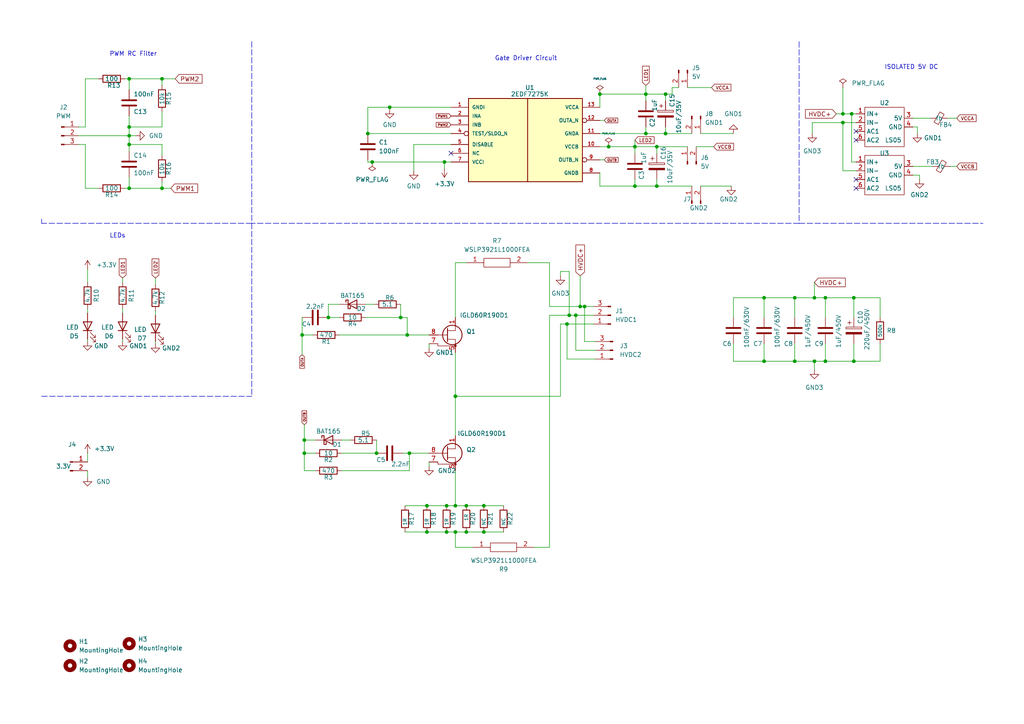
<source format=kicad_sch>
(kicad_sch (version 20211123) (generator eeschema)
  (paper "A4")
  (lib_symbols
    (symbol "2EDF7275K:2EDF7275K" (pin_names (offset 1.016))
      (property "Reference" "U1" (at 17.78 1.27 0))
      (property "Value" "2EDF7275K" (at 17.78 -0.635 0))
      (symbol "2EDF7275K_0_0"
        (rectangle (start 0 -1.905) (end 33.02 -26.035) (stroke (width 0.254)) (fill (type background)))
        (polyline (pts (xy 17.145 -1.905) (xy 17.145 -26.035)) (stroke (width 0.254)))
        (pin power_in line (at -5.08 -4.445 0) (length 5.08) (name "GNDI") (number "1"))
        (pin power_in line (at 38.1 -15.875 180) (length 5.08) (name "VCCB") (number "10"))
        (pin power_in line (at 38.1 -12.065 180) (length 5.08) (name "GNDA") (number "11"))
        (pin output inverted (at 38.1 -8.255 180) (length 5.08) (name "OUTA_N") (number "12"))
        (pin power_in line (at 38.1 -4.445 180) (length 5.08) (name "VCCA") (number "13"))
        (pin input line (at -5.08 -6.985 0) (length 5.08) (name "INA") (number "2"))
        (pin input line (at -5.08 -9.525 0) (length 5.08) (name "INB") (number "3"))
        (pin input inverted (at -5.08 -12.065 0) (length 5.08) (name "TEST/SLDO_N") (number "4"))
        (pin input line (at -5.08 -15.24 0) (length 5.08) (name "DISABLE") (number "5"))
        (pin passive line (at -5.08 -17.78 0) (length 5.08) (name "NC") (number "6"))
        (pin power_in line (at -5.08 -20.32 0) (length 5.08) (name "VCCI") (number "7"))
        (pin power_in line (at 38.1 -23.495 180) (length 5.08) (name "GNDB") (number "8"))
        (pin output inverted (at 38.1 -19.685 180) (length 5.08) (name "OUTB_N") (number "9"))
      )
    )
    (symbol "Connector:Conn_01x02_Male" (pin_names (offset 1.016) hide)
      (property "Reference" "J" (at 0 2.54 0))
      (property "Value" "Conn_01x02_Male" (at 0 -5.08 0))
      (symbol "Conn_01x02_Male_1_1"
        (polyline (pts (xy 1.27 -2.54) (xy 0.8636 -2.54)) (stroke (width 0.1524)))
        (polyline (pts (xy 1.27 0) (xy 0.8636 0)) (stroke (width 0.1524)))
        (rectangle (start 0.8636 -2.413) (end 0 -2.667) (stroke (width 0.1524)) (fill (type outline)))
        (rectangle (start 0.8636 0.127) (end 0 -0.127) (stroke (width 0.1524)) (fill (type outline)))
        (pin passive line (at 5.08 0 180) (length 3.81) (name "Pin_1") (number "1"))
        (pin passive line (at 5.08 -2.54 180) (length 3.81) (name "Pin_2") (number "2"))
      )
    )
    (symbol "Connector:Conn_01x03_Male" (pin_names (offset 1.016) hide)
      (property "Reference" "J" (at 0 5.08 0))
      (property "Value" "Conn_01x03_Male" (at 0 -5.08 0))
      (symbol "Conn_01x03_Male_1_1"
        (polyline (pts (xy 1.27 -2.54) (xy 0.8636 -2.54)) (stroke (width 0.1524)))
        (polyline (pts (xy 1.27 0) (xy 0.8636 0)) (stroke (width 0.1524)))
        (polyline (pts (xy 1.27 2.54) (xy 0.8636 2.54)) (stroke (width 0.1524)))
        (rectangle (start 0.8636 -2.413) (end 0 -2.667) (stroke (width 0.1524)) (fill (type outline)))
        (rectangle (start 0.8636 0.127) (end 0 -0.127) (stroke (width 0.1524)) (fill (type outline)))
        (rectangle (start 0.8636 2.667) (end 0 2.413) (stroke (width 0.1524)) (fill (type outline)))
        (pin passive line (at 5.08 2.54 180) (length 3.81) (name "Pin_1") (number "1"))
        (pin passive line (at 5.08 0 180) (length 3.81) (name "Pin_2") (number "2"))
        (pin passive line (at 5.08 -2.54 180) (length 3.81) (name "Pin_3") (number "3"))
      )
    )
    (symbol "DC-DC Powersupply:LS05"
      (property "Reference" "U" (at -5.08 6.35 0))
      (property "Value" "LS05" (at 3.175 -3.81 0))
      (symbol "LS05_0_1"
        (rectangle (start -5.715 5.715) (end 5.715 -5.715))
      )
      (symbol "LS05_1_1"
        (pin power_in line (at -8.255 3.81 0) (length 2.54) (name "IN+") (number "1"))
        (pin power_in line (at -8.255 1.27 0) (length 2.54) (name "IN-") (number "2"))
        (pin power_out line (at 8.255 2.54 180) (length 2.54) (name "5V") (number "3"))
        (pin power_out line (at 8.255 0 180) (length 2.54) (name "GND") (number "4"))
        (pin power_in line (at -8.255 -1.27 0) (length 2.54) (name "AC1") (number "5"))
        (pin power_in line (at -8.255 -3.81 0) (length 2.54) (name "AC2") (number "6"))
      )
    )
    (symbol "Device:C" (pin_numbers hide) (pin_names (offset 0.254))
      (property "Reference" "C" (at 0.635 2.54 0))
      (property "Value" "C" (at 0.635 -2.54 0))
      (symbol "C_0_1"
        (polyline (pts (xy -2.032 -0.762) (xy 2.032 -0.762)) (stroke (width 0.508)))
        (polyline (pts (xy -2.032 0.762) (xy 2.032 0.762)) (stroke (width 0.508)))
      )
      (symbol "C_1_1"
        (pin passive line (at 0 3.81 270) (length 2.794) (name "~") (number "1"))
        (pin passive line (at 0 -3.81 90) (length 2.794) (name "~") (number "2"))
      )
    )
    (symbol "Device:C_Polarized" (pin_numbers hide) (pin_names (offset 0.254))
      (property "Reference" "C" (at 0.635 2.54 0))
      (property "Value" "C_Polarized" (at 0.635 -2.54 0))
      (symbol "C_Polarized_0_1"
        (rectangle (start -2.286 0.508) (end 2.286 1.016))
        (polyline (pts (xy -1.778 2.286) (xy -0.762 2.286)))
        (polyline (pts (xy -1.27 2.794) (xy -1.27 1.778)))
        (rectangle (start 2.286 -0.508) (end -2.286 -1.016) (fill (type outline)))
      )
      (symbol "C_Polarized_1_1"
        (pin passive line (at 0 3.81 270) (length 2.794) (name "~") (number "1"))
        (pin passive line (at 0 -3.81 90) (length 2.794) (name "~") (number "2"))
      )
    )
    (symbol "Device:D_Schottky" (pin_numbers hide) (pin_names (offset 1.016) hide)
      (property "Reference" "D" (at 0 2.54 0))
      (property "Value" "D_Schottky" (at 0 -2.54 0))
      (symbol "D_Schottky_0_1"
        (polyline (pts (xy 1.27 0) (xy -1.27 0)))
        (polyline (pts (xy 1.27 1.27) (xy 1.27 -1.27) (xy -1.27 0) (xy 1.27 1.27)) (stroke (width 0.254)))
        (polyline (pts (xy -1.905 0.635) (xy -1.905 1.27) (xy -1.27 1.27) (xy -1.27 -1.27) (xy -0.635 -1.27) (xy -0.635 -0.635)) (stroke (width 0.254)))
      )
      (symbol "D_Schottky_1_1"
        (pin passive line (at -3.81 0 0) (length 2.54) (name "K") (number "1"))
        (pin passive line (at 3.81 0 180) (length 2.54) (name "A") (number "2"))
      )
    )
    (symbol "Device:FerriteBead_Small" (pin_numbers hide) (pin_names (offset 0))
      (property "Reference" "FB" (at 1.905 1.27 0))
      (property "Value" "FerriteBead_Small" (at 1.905 -1.27 0))
      (symbol "FerriteBead_Small_0_1"
        (polyline (pts (xy 0 -1.27) (xy 0 -0.7874)))
        (polyline (pts (xy 0 0.889) (xy 0 1.2954)))
        (polyline (pts (xy -1.8288 0.2794) (xy -1.1176 1.4986) (xy 1.8288 -0.2032) (xy 1.1176 -1.4224) (xy -1.8288 0.2794)))
      )
      (symbol "FerriteBead_Small_1_1"
        (pin passive line (at 0 2.54 270) (length 1.27) (name "~") (number "1"))
        (pin passive line (at 0 -2.54 90) (length 1.27) (name "~") (number "2"))
      )
    )
    (symbol "Device:LED" (pin_numbers hide) (pin_names (offset 1.016) hide)
      (property "Reference" "D" (at 0 2.54 0))
      (property "Value" "LED" (at 0 -2.54 0))
      (symbol "LED_0_1"
        (polyline (pts (xy -1.27 -1.27) (xy -1.27 1.27)) (stroke (width 0.254)))
        (polyline (pts (xy -1.27 0) (xy 1.27 0)))
        (polyline (pts (xy 1.27 -1.27) (xy 1.27 1.27) (xy -1.27 0) (xy 1.27 -1.27)) (stroke (width 0.254)))
        (polyline (pts (xy -3.048 -0.762) (xy -4.572 -2.286) (xy -3.81 -2.286) (xy -4.572 -2.286) (xy -4.572 -1.524)))
        (polyline (pts (xy -1.778 -0.762) (xy -3.302 -2.286) (xy -2.54 -2.286) (xy -3.302 -2.286) (xy -3.302 -1.524)))
      )
      (symbol "LED_1_1"
        (pin passive line (at -3.81 0 0) (length 2.54) (name "K") (number "1"))
        (pin passive line (at 3.81 0 180) (length 2.54) (name "A") (number "2"))
      )
    )
    (symbol "Device:R" (pin_numbers hide) (pin_names (offset 0))
      (property "Reference" "R" (at 2.032 0 90))
      (property "Value" "R" (at 0 0 90))
      (symbol "R_0_1"
        (rectangle (start -1.016 -2.54) (end 1.016 2.54) (stroke (width 0.254)))
      )
      (symbol "R_1_1"
        (pin passive line (at 0 3.81 270) (length 1.27) (name "~") (number "1"))
        (pin passive line (at 0 -3.81 90) (length 1.27) (name "~") (number "2"))
      )
    )
    (symbol "Mechanical:MountingHole" (pin_names (offset 1.016))
      (property "Reference" "H" (at 0 5.08 0))
      (property "Value" "MountingHole" (at 0 3.175 0))
      (symbol "MountingHole_0_1"
        (circle (center 0 0) (radius 1.27) (stroke (width 1.27)))
      )
    )
    (symbol "Transistor_FET:IGLD60R190D1" (pin_names (offset 0) hide)
      (property "Reference" "Q" (at 5.08 1.905 0))
      (property "Value" "IGLD60R190D1" (at 5.08 0 0))
      (symbol "IGLD60R190D1_0_1"
        (polyline (pts (xy -2.54 0) (xy 0.254 0)))
        (polyline (pts (xy -2.54 -2.54) (xy -2.54 -3.175) (xy 2.54 -3.175)))
        (polyline (pts (xy 0.254 -1.27) (xy 2.54 -1.27) (xy 2.54 -2.54)))
        (polyline (pts (xy 0.254 1.905) (xy 0.254 -1.905) (xy 0.254 -1.905)) (stroke (width 0.254)))
        (polyline (pts (xy 2.54 2.54) (xy 2.54 1.27) (xy 0.254 1.27)))
        (circle (center 1.651 0) (radius 2.8194) (stroke (width 0.254)))
        (circle (center 2.54 -3.175) (radius 0.2794) (fill (type outline)))
      )
      (symbol "IGLD60R190D1_1_1"
        (pin passive line (at 2.54 5.08 270) (length 2.54) (name "D") (number "1"))
        (pin passive line (at 2.54 5.08 270) (length 2.54) hide (name "D") (number "2"))
        (pin passive line (at 2.54 5.08 270) (length 2.54) hide (name "D") (number "3"))
        (pin passive line (at 2.54 5.08 270) (length 2.54) hide (name "D") (number "4"))
        (pin passive line (at 2.54 -5.08 90) (length 2.54) (name "S") (number "5"))
        (pin passive line (at 2.54 -5.08 90) (length 2.54) hide (name "S") (number "6"))
        (pin passive line (at -5.08 -2.54 0) (length 2.54) (name "SS") (number "7"))
        (pin input line (at -5.08 0 0) (length 2.54) (name "G") (number "8"))
        (pin passive line (at 2.54 -5.08 90) (length 2.54) hide (name "S") (number "9"))
      )
    )
    (symbol "WSLP3921L1000FEA:WSLP3921L1000FEA" (pin_names (offset 0.762))
      (property "Reference" "R" (at 13.97 6.35 0))
      (property "Value" "WSLP3921L1000FEA" (at 13.97 3.81 0))
      (symbol "WSLP3921L1000FEA_0_0"
        (pin passive line (at 0 0 0) (length 5.08) (name "~") (number "1"))
        (pin passive line (at 17.78 0 180) (length 5.08) (name "~") (number "2"))
      )
      (symbol "WSLP3921L1000FEA_0_1"
        (polyline (pts (xy 5.08 1.27) (xy 12.7 1.27) (xy 12.7 -1.27) (xy 5.08 -1.27) (xy 5.08 1.27)) (stroke (width 0.1524)))
      )
    )
    (symbol "power:+3.3V" (power) (pin_names (offset 0))
      (property "Value" "+3.3V" (at 0 3.556 0))
      (symbol "+3.3V_0_1"
        (polyline (pts (xy -0.762 1.27) (xy 0 2.54)))
        (polyline (pts (xy 0 0) (xy 0 2.54)))
        (polyline (pts (xy 0 2.54) (xy 0.762 1.27)))
      )
      (symbol "+3.3V_1_1"
        (pin power_in line (at 0 0 90) (length 0) hide (name "+3.3V") (number "1"))
      )
    )
    (symbol "power:GND" (power) (pin_names (offset 0))
      (property "Value" "GND" (at 0 -3.81 0))
      (symbol "GND_0_1"
        (polyline (pts (xy 0 0) (xy 0 -1.27) (xy 1.27 -1.27) (xy 0 -2.54) (xy -1.27 -1.27) (xy 0 -1.27)))
      )
      (symbol "GND_1_1"
        (pin power_in line (at 0 0 270) (length 0) hide (name "GND") (number "1"))
      )
    )
    (symbol "power:GND1" (power) (pin_names (offset 0))
      (property "Value" "GND1" (at 0 -3.81 0))
      (symbol "GND1_0_1"
        (polyline (pts (xy 0 0) (xy 0 -1.27) (xy 1.27 -1.27) (xy 0 -2.54) (xy -1.27 -1.27) (xy 0 -1.27)))
      )
      (symbol "GND1_1_1"
        (pin power_in line (at 0 0 270) (length 0) hide (name "GND1") (number "1"))
      )
    )
    (symbol "power:GND2" (power) (pin_names (offset 0))
      (property "Value" "GND2" (at 0 -3.81 0))
      (symbol "GND2_0_1"
        (polyline (pts (xy 0 0) (xy 0 -1.27) (xy 1.27 -1.27) (xy 0 -2.54) (xy -1.27 -1.27) (xy 0 -1.27)))
      )
      (symbol "GND2_1_1"
        (pin power_in line (at 0 0 270) (length 0) hide (name "GND2") (number "1"))
      )
    )
    (symbol "power:GND3" (power) (pin_names (offset 0))
      (property "Value" "GND3" (at 0 -3.81 0))
      (symbol "GND3_0_1"
        (polyline (pts (xy 0 0) (xy 0 -1.27) (xy 1.27 -1.27) (xy 0 -2.54) (xy -1.27 -1.27) (xy 0 -1.27)))
      )
      (symbol "GND3_1_1"
        (pin power_in line (at 0 0 270) (length 0) hide (name "GND3") (number "1"))
      )
    )
    (symbol "power:PWR_FLAG" (power) (pin_numbers hide) (pin_names (offset 0) hide)
      (property "Value" "PWR_FLAG" (at 0 3.81 0))
      (symbol "PWR_FLAG_0_0"
        (pin power_out line (at 0 0 90) (length 0) (name "pwr") (number "1"))
      )
      (symbol "PWR_FLAG_0_1"
        (polyline (pts (xy 0 0) (xy 0 1.27) (xy -1.016 1.905) (xy 0 2.54) (xy 1.016 1.905) (xy 0 1.27)))
      )
    )
  )
  (junction (at 193.04 27.305))
  (junction (at 88.265 127.635))
  (junction (at 247.65 104.775))
  (junction (at 37.465 54.61))
  (junction (at 109.22 131.445))
  (junction (at 140.335 146.685))
  (junction (at 169.545 88.9))
  (junction (at 230.505 104.775))
  (junction (at 187.325 27.305))
  (junction (at 236.22 86.36))
  (junction (at 116.205 92.075))
  (junction (at 106.68 38.735))
  (junction (at 230.505 86.36))
  (junction (at 129.54 154.305))
  (junction (at 190.5 53.975))
  (junction (at 165.1 91.44))
  (junction (at 88.265 131.445))
  (junction (at 37.465 41.91))
  (junction (at 184.15 42.545))
  (junction (at 236.22 104.775))
  (junction (at 140.335 154.305))
  (junction (at 184.15 53.975))
  (junction (at 135.255 146.685))
  (junction (at 46.99 22.86))
  (junction (at 168.275 88.9))
  (junction (at 244.475 35.56))
  (junction (at 135.255 154.305))
  (junction (at 132.08 114.935))
  (junction (at 113.03 31.115))
  (junction (at 87.63 97.155))
  (junction (at 46.99 54.61))
  (junction (at 132.08 154.305))
  (junction (at 95.25 92.075))
  (junction (at 37.465 36.83))
  (junction (at 239.395 86.36))
  (junction (at 107.95 46.99))
  (junction (at 118.11 97.155))
  (junction (at 123.825 146.685))
  (junction (at 173.99 27.305))
  (junction (at 193.04 38.735))
  (junction (at 244.475 33.02))
  (junction (at 123.825 154.305))
  (junction (at 118.745 131.445))
  (junction (at 239.395 104.775))
  (junction (at 164.465 93.98))
  (junction (at 37.465 39.37))
  (junction (at 37.465 22.86))
  (junction (at 167.005 91.44))
  (junction (at 247.015 33.02))
  (junction (at 132.08 146.685))
  (junction (at 190.5 42.545))
  (junction (at 129.54 146.685))
  (junction (at 247.65 86.36))
  (junction (at 221.615 104.775))
  (junction (at 221.615 86.36))
  (junction (at 176.53 42.545))
  (junction (at 187.325 38.735))
  (junction (at 128.905 46.99))
  (no_connect (at 130.81 44.45))
  (no_connect (at 248.285 54.61))
  (no_connect (at 248.285 52.07))
  (no_connect (at 248.285 40.64))
  (no_connect (at 248.285 38.1))
  (wire (pts (xy 95.25 88.265) (xy 98.425 88.265)))
  (wire (pts (xy 24.765 54.61) (xy 24.765 41.91)))
  (wire (pts (xy 164.465 93.98) (xy 172.085 93.98)))
  (polyline (pts (xy 12.065 114.935) (xy 73.025 114.935)))
  (wire (pts (xy 45.085 90.17) (xy 45.085 91.44)))
  (wire (pts (xy 106.68 38.735) (xy 130.81 38.735)))
  (wire (pts (xy 193.04 36.83) (xy 193.04 38.735)))
  (wire (pts (xy 187.325 29.21) (xy 187.325 27.305)))
  (wire (pts (xy 190.5 42.545) (xy 199.39 42.545)))
  (wire (pts (xy 99.06 131.445) (xy 109.22 131.445)))
  (wire (pts (xy 132.08 102.235) (xy 132.08 114.935)))
  (wire (pts (xy 172.72 99.06) (xy 169.545 99.06)))
  (wire (pts (xy 113.03 31.75) (xy 113.03 31.115)))
  (wire (pts (xy 248.285 49.53) (xy 244.475 49.53)))
  (polyline (pts (xy 231.775 64.77) (xy 285.115 64.77)))
  (wire (pts (xy 236.22 104.775) (xy 236.22 107.315)))
  (wire (pts (xy 173.99 46.355) (xy 175.26 46.355)))
  (wire (pts (xy 239.395 86.36) (xy 236.22 86.36)))
  (wire (pts (xy 24.765 22.86) (xy 28.575 22.86)))
  (wire (pts (xy 264.795 34.29) (xy 269.875 34.29)))
  (wire (pts (xy 124.46 135.255) (xy 124.46 133.985)))
  (wire (pts (xy 169.545 99.06) (xy 169.545 88.9)))
  (polyline (pts (xy 231.775 12.065) (xy 231.775 64.77)))
  (wire (pts (xy 212.725 92.075) (xy 212.725 86.36)))
  (wire (pts (xy 247.015 46.99) (xy 247.015 33.02)))
  (wire (pts (xy 168.275 80.01) (xy 168.275 88.9)))
  (wire (pts (xy 184.15 42.545) (xy 190.5 42.545)))
  (wire (pts (xy 221.615 86.36) (xy 221.615 92.075)))
  (wire (pts (xy 193.04 27.305) (xy 194.945 27.305)))
  (wire (pts (xy 120.015 41.91) (xy 120.015 49.53)))
  (wire (pts (xy 128.905 48.895) (xy 128.905 46.99)))
  (wire (pts (xy 173.99 31.115) (xy 173.99 27.305)))
  (wire (pts (xy 274.955 34.29) (xy 277.495 34.29)))
  (wire (pts (xy 168.275 88.9) (xy 169.545 88.9)))
  (wire (pts (xy 37.465 41.91) (xy 37.465 43.815)))
  (wire (pts (xy 193.04 38.735) (xy 200.66 38.735)))
  (wire (pts (xy 173.99 34.925) (xy 175.26 34.925)))
  (wire (pts (xy 230.505 86.36) (xy 230.505 92.075)))
  (wire (pts (xy 187.325 24.765) (xy 187.325 27.305)))
  (wire (pts (xy 212.725 104.775) (xy 212.725 99.695)))
  (wire (pts (xy 106.68 31.115) (xy 113.03 31.115)))
  (wire (pts (xy 162.56 114.935) (xy 162.56 93.98)))
  (wire (pts (xy 176.53 42.545) (xy 184.15 42.545)))
  (wire (pts (xy 221.615 104.775) (xy 212.725 104.775)))
  (wire (pts (xy 46.99 24.765) (xy 46.99 22.86)))
  (wire (pts (xy 24.765 36.83) (xy 24.765 22.86)))
  (wire (pts (xy 113.03 31.115) (xy 130.81 31.115)))
  (wire (pts (xy 244.475 33.02) (xy 247.015 33.02)))
  (wire (pts (xy 37.465 22.86) (xy 37.465 26.035)))
  (wire (pts (xy 106.045 92.075) (xy 116.205 92.075)))
  (wire (pts (xy 203.2 53.975) (xy 212.09 53.975)))
  (wire (pts (xy 247.65 99.695) (xy 247.65 104.775)))
  (wire (pts (xy 35.56 80.645) (xy 35.56 81.915)))
  (wire (pts (xy 173.99 42.545) (xy 176.53 42.545)))
  (wire (pts (xy 87.63 97.155) (xy 87.63 92.075)))
  (wire (pts (xy 118.745 131.445) (xy 124.46 131.445)))
  (wire (pts (xy 221.615 99.695) (xy 221.615 104.775)))
  (polyline (pts (xy 73.025 64.77) (xy 73.025 114.935)))
  (wire (pts (xy 173.99 38.735) (xy 187.325 38.735)))
  (wire (pts (xy 98.425 92.075) (xy 95.25 92.075)))
  (wire (pts (xy 164.465 104.14) (xy 164.465 93.98)))
  (wire (pts (xy 247.65 86.36) (xy 239.395 86.36)))
  (wire (pts (xy 255.27 86.36) (xy 247.65 86.36)))
  (wire (pts (xy 90.805 97.155) (xy 87.63 97.155)))
  (wire (pts (xy 244.475 35.56) (xy 248.285 35.56)))
  (wire (pts (xy 162.56 78.74) (xy 162.56 80.01)))
  (wire (pts (xy 116.84 131.445) (xy 118.745 131.445)))
  (wire (pts (xy 132.08 154.305) (xy 135.255 154.305)))
  (wire (pts (xy 46.99 45.085) (xy 46.99 41.91)))
  (wire (pts (xy 88.265 123.19) (xy 88.265 127.635)))
  (wire (pts (xy 117.475 154.305) (xy 123.825 154.305)))
  (wire (pts (xy 140.335 146.685) (xy 146.05 146.685)))
  (wire (pts (xy 132.08 114.935) (xy 132.08 126.365)))
  (wire (pts (xy 184.15 52.07) (xy 184.15 53.975)))
  (wire (pts (xy 173.99 27.305) (xy 187.325 27.305)))
  (wire (pts (xy 230.505 99.695) (xy 230.505 104.775)))
  (wire (pts (xy 266.7 50.8) (xy 266.7 52.07)))
  (wire (pts (xy 244.475 25.4) (xy 244.475 33.02)))
  (wire (pts (xy 159.385 76.2) (xy 159.385 88.9)))
  (wire (pts (xy 22.86 36.83) (xy 24.765 36.83)))
  (wire (pts (xy 129.54 146.685) (xy 132.08 146.685)))
  (wire (pts (xy 35.56 99.06) (xy 35.56 98.425)))
  (polyline (pts (xy 231.775 64.77) (xy 73.025 64.77)))
  (wire (pts (xy 37.465 33.655) (xy 37.465 36.83)))
  (wire (pts (xy 22.86 41.91) (xy 24.765 41.91)))
  (wire (pts (xy 247.65 104.775) (xy 255.27 104.775)))
  (wire (pts (xy 99.06 127.635) (xy 101.6 127.635)))
  (wire (pts (xy 118.11 97.155) (xy 124.46 97.155)))
  (wire (pts (xy 203.2 38.735) (xy 212.725 38.735)))
  (wire (pts (xy 25.4 78.105) (xy 25.4 81.915)))
  (wire (pts (xy 135.255 146.685) (xy 140.335 146.685)))
  (wire (pts (xy 190.5 52.07) (xy 190.5 53.975)))
  (wire (pts (xy 36.195 54.61) (xy 37.465 54.61)))
  (wire (pts (xy 135.255 154.305) (xy 140.335 154.305)))
  (wire (pts (xy 46.99 54.61) (xy 37.465 54.61)))
  (wire (pts (xy 173.99 50.165) (xy 173.99 53.975)))
  (wire (pts (xy 91.44 131.445) (xy 88.265 131.445)))
  (wire (pts (xy 264.795 36.83) (xy 266.065 36.83)))
  (wire (pts (xy 173.99 53.975) (xy 184.15 53.975)))
  (wire (pts (xy 46.99 32.385) (xy 46.99 36.83)))
  (wire (pts (xy 184.15 53.975) (xy 190.5 53.975)))
  (wire (pts (xy 132.08 154.305) (xy 132.08 158.75)))
  (wire (pts (xy 46.99 22.86) (xy 37.465 22.86)))
  (wire (pts (xy 132.08 114.935) (xy 162.56 114.935)))
  (wire (pts (xy 22.86 39.37) (xy 37.465 39.37)))
  (wire (pts (xy 37.465 54.61) (xy 37.465 51.435)))
  (wire (pts (xy 87.63 102.87) (xy 87.63 97.155)))
  (wire (pts (xy 106.68 46.99) (xy 107.95 46.99)))
  (wire (pts (xy 242.57 33.02) (xy 244.475 33.02)))
  (wire (pts (xy 165.1 78.74) (xy 165.1 91.44)))
  (wire (pts (xy 128.905 46.99) (xy 130.81 46.99)))
  (wire (pts (xy 199.39 25.4) (xy 206.375 25.4)))
  (wire (pts (xy 109.22 131.445) (xy 109.22 127.635)))
  (wire (pts (xy 106.68 46.355) (xy 106.68 46.99)))
  (wire (pts (xy 132.08 136.525) (xy 132.08 146.685)))
  (polyline (pts (xy 73.025 64.77) (xy 12.065 64.77)))
  (wire (pts (xy 255.27 99.695) (xy 255.27 104.775)))
  (wire (pts (xy 25.4 131.445) (xy 25.4 133.985)))
  (wire (pts (xy 132.08 146.685) (xy 135.255 146.685)))
  (wire (pts (xy 37.465 36.83) (xy 37.465 39.37)))
  (wire (pts (xy 230.505 104.775) (xy 221.615 104.775)))
  (wire (pts (xy 46.99 54.61) (xy 49.53 54.61)))
  (wire (pts (xy 46.99 22.86) (xy 50.8 22.86)))
  (wire (pts (xy 159.385 88.9) (xy 168.275 88.9)))
  (wire (pts (xy 45.085 99.695) (xy 45.085 99.06)))
  (wire (pts (xy 140.335 154.305) (xy 146.05 154.305)))
  (wire (pts (xy 46.99 36.83) (xy 37.465 36.83)))
  (wire (pts (xy 159.385 91.44) (xy 165.1 91.44)))
  (wire (pts (xy 25.4 89.535) (xy 25.4 90.805)))
  (wire (pts (xy 37.465 39.37) (xy 39.37 39.37)))
  (wire (pts (xy 190.5 44.45) (xy 190.5 42.545)))
  (wire (pts (xy 193.04 29.21) (xy 193.04 27.305)))
  (wire (pts (xy 99.06 136.525) (xy 118.745 136.525)))
  (wire (pts (xy 235.585 35.56) (xy 235.585 38.735)))
  (wire (pts (xy 106.68 31.115) (xy 106.68 38.735)))
  (wire (pts (xy 132.08 158.75) (xy 137.16 158.75)))
  (wire (pts (xy 159.385 91.44) (xy 159.385 158.75)))
  (wire (pts (xy 88.265 136.525) (xy 88.265 131.445)))
  (wire (pts (xy 236.22 104.775) (xy 239.395 104.775)))
  (wire (pts (xy 194.945 25.4) (xy 196.85 25.4)))
  (wire (pts (xy 46.99 41.91) (xy 37.465 41.91)))
  (wire (pts (xy 239.395 99.695) (xy 239.395 104.775)))
  (wire (pts (xy 124.46 100.965) (xy 124.46 99.695)))
  (wire (pts (xy 116.205 92.075) (xy 116.205 88.265)))
  (wire (pts (xy 91.44 136.525) (xy 88.265 136.525)))
  (wire (pts (xy 184.15 42.545) (xy 184.15 44.45)))
  (wire (pts (xy 118.11 97.155) (xy 118.11 92.075)))
  (wire (pts (xy 129.54 154.305) (xy 132.08 154.305)))
  (wire (pts (xy 194.945 25.4) (xy 194.945 27.305)))
  (wire (pts (xy 28.575 54.61) (xy 24.765 54.61)))
  (wire (pts (xy 117.475 146.685) (xy 123.825 146.685)))
  (wire (pts (xy 190.5 53.975) (xy 200.66 53.975)))
  (wire (pts (xy 255.27 92.075) (xy 255.27 86.36)))
  (wire (pts (xy 153.035 76.2) (xy 159.385 76.2)))
  (wire (pts (xy 247.65 86.36) (xy 247.65 92.075)))
  (wire (pts (xy 248.285 46.99) (xy 247.015 46.99)))
  (wire (pts (xy 46.99 52.705) (xy 46.99 54.61)))
  (wire (pts (xy 95.25 92.075) (xy 95.25 88.265)))
  (wire (pts (xy 169.545 88.9) (xy 172.085 88.9)))
  (wire (pts (xy 239.395 86.36) (xy 239.395 92.075)))
  (wire (pts (xy 37.465 41.91) (xy 37.465 39.37)))
  (wire (pts (xy 236.22 81.915) (xy 236.22 86.36)))
  (wire (pts (xy 165.1 91.44) (xy 167.005 91.44)))
  (wire (pts (xy 172.72 101.6) (xy 167.005 101.6)))
  (wire (pts (xy 264.795 50.8) (xy 266.7 50.8)))
  (wire (pts (xy 236.22 86.36) (xy 230.505 86.36)))
  (wire (pts (xy 235.585 35.56) (xy 244.475 35.56)))
  (wire (pts (xy 123.825 146.685) (xy 129.54 146.685)))
  (wire (pts (xy 25.4 99.06) (xy 25.4 98.425)))
  (wire (pts (xy 35.56 89.535) (xy 35.56 90.805)))
  (wire (pts (xy 132.08 76.2) (xy 132.08 92.075)))
  (wire (pts (xy 212.725 86.36) (xy 221.615 86.36)))
  (wire (pts (xy 247.015 33.02) (xy 248.285 33.02)))
  (wire (pts (xy 36.195 22.86) (xy 37.465 22.86)))
  (wire (pts (xy 88.265 127.635) (xy 91.44 127.635)))
  (wire (pts (xy 187.325 27.305) (xy 193.04 27.305)))
  (wire (pts (xy 118.11 92.075) (xy 116.205 92.075)))
  (wire (pts (xy 230.505 104.775) (xy 236.22 104.775)))
  (wire (pts (xy 165.1 78.74) (xy 162.56 78.74)))
  (wire (pts (xy 167.005 91.44) (xy 172.085 91.44)))
  (polyline (pts (xy 12.065 63.5) (xy 12.065 64.77)))
  (wire (pts (xy 120.015 41.91) (xy 130.81 41.91)))
  (wire (pts (xy 118.745 136.525) (xy 118.745 131.445)))
  (wire (pts (xy 172.72 104.14) (xy 164.465 104.14)))
  (wire (pts (xy 106.045 88.265) (xy 108.585 88.265)))
  (wire (pts (xy 266.065 36.83) (xy 266.065 38.735)))
  (wire (pts (xy 275.59 48.26) (xy 277.495 48.26)))
  (wire (pts (xy 207.01 42.545) (xy 201.93 42.545)))
  (wire (pts (xy 187.325 36.83) (xy 187.325 38.735)))
  (wire (pts (xy 167.005 101.6) (xy 167.005 91.44)))
  (wire (pts (xy 187.325 38.735) (xy 193.04 38.735)))
  (wire (pts (xy 107.95 46.99) (xy 128.905 46.99)))
  (wire (pts (xy 154.94 158.75) (xy 159.385 158.75)))
  (wire (pts (xy 264.795 48.26) (xy 270.51 48.26)))
  (wire (pts (xy 184.15 40.64) (xy 184.15 42.545)))
  (polyline (pts (xy 73.025 12.065) (xy 73.025 64.77)))
  (wire (pts (xy 244.475 49.53) (xy 244.475 35.56)))
  (wire (pts (xy 98.425 97.155) (xy 118.11 97.155)))
  (wire (pts (xy 25.4 138.43) (xy 25.4 136.525)))
  (wire (pts (xy 239.395 104.775) (xy 247.65 104.775)))
  (wire (pts (xy 230.505 86.36) (xy 221.615 86.36)))
  (wire (pts (xy 88.265 131.445) (xy 88.265 127.635)))
  (wire (pts (xy 132.08 76.2) (xy 135.255 76.2)))
  (wire (pts (xy 162.56 93.98) (xy 164.465 93.98)))
  (wire (pts (xy 123.825 154.305) (xy 129.54 154.305)))
  (wire (pts (xy 45.085 80.645) (xy 45.085 82.55)))
  (text "LEDs" (at 31.75 69.215 0) (effects (font (size 1.27 1.27)) (justify left bottom)))
  (text "ISOLATED 5V DC" (at 256.54 20.32 0) (effects (font (size 1.27 1.27)) (justify left bottom)))
  (text "PWM RC Filter" (at 31.75 16.51 0) (effects (font (size 1.27 1.27)) (justify left bottom)))
  (text "Gate Driver Circuit" (at 143.51 17.78 0) (effects (font (size 1.27 1.27)) (justify left bottom)))
  (global_label "VCCA" (shape input) (at 277.495 34.29 0) (effects (font (size 1 1))) (property "Intersheet References" "${INTERSHEET_REFS}" (effects hide)))
  (global_label "HVDC+" (shape input) (at 168.275 80.01 90) (property "Intersheet References" "${INTERSHEET_REFS}" (effects hide)))
  (global_label "LED1" (shape input) (at 187.325 24.765 90) (effects (font (size 1 1))) (property "Intersheet References" "${INTERSHEET_REFS}" (effects hide)))
  (global_label "VCCB" (shape input) (at 277.495 48.26 0) (effects (font (size 1 1))) (property "Intersheet References" "${INTERSHEET_REFS}" (effects hide)))
  (global_label "PWM1" (shape input) (at 49.53 54.61 0) (property "Intersheet References" "${INTERSHEET_REFS}" (effects hide)))
  (global_label "PWM2" (shape input) (at 50.8 22.86 0) (property "Intersheet References" "${INTERSHEET_REFS}" (effects hide)))
  (global_label "PWM2" (shape input) (at 130.81 36.195 180) (effects (font (size 0.7 0.7))) (property "Intersheet References" "${INTERSHEET_REFS}" (effects hide)))
  (global_label "OUTB" (shape input) (at 175.26 46.355 0) (effects (font (size 0.7 0.7))) (property "Intersheet References" "${INTERSHEET_REFS}" (effects hide)))
  (global_label "VCCA" (shape input) (at 206.375 25.4 0) (effects (font (size 1 1))) (property "Intersheet References" "${INTERSHEET_REFS}" (effects hide)))
  (global_label "LED2" (shape input) (at 184.15 40.64 0) (effects (font (size 1 1))) (property "Intersheet References" "${INTERSHEET_REFS}" (effects hide)))
  (global_label "LED2" (shape input) (at 45.085 80.645 90) (effects (font (size 1 1))) (property "Intersheet References" "${INTERSHEET_REFS}" (effects hide)))
  (global_label "OUTA" (shape input) (at 87.63 102.87 270) (effects (font (size 0.7 0.7))) (property "Intersheet References" "${INTERSHEET_REFS}" (effects hide)))
  (global_label "OUTB" (shape input) (at 88.265 123.19 90) (effects (font (size 0.7 0.7))) (property "Intersheet References" "${INTERSHEET_REFS}" (effects hide)))
  (global_label "LED1" (shape input) (at 35.56 80.645 90) (effects (font (size 1 1))) (property "Intersheet References" "${INTERSHEET_REFS}" (effects hide)))
  (global_label "HVDC+" (shape input) (at 242.57 33.02 180) (property "Intersheet References" "${INTERSHEET_REFS}" (effects hide)))
  (global_label "OUTA" (shape input) (at 175.26 34.925 0) (effects (font (size 0.7 0.7))) (property "Intersheet References" "${INTERSHEET_REFS}" (effects hide)))
  (global_label "VCCB" (shape input) (at 207.01 42.545 0) (effects (font (size 1 1))) (property "Intersheet References" "${INTERSHEET_REFS}" (effects hide)))
  (global_label "HVDC+" (shape input) (at 236.22 81.915 0) (property "Intersheet References" "${INTERSHEET_REFS}" (effects hide)))
  (global_label "PWM1" (shape input) (at 130.81 33.655 180) (effects (font (size 0.7 0.7))) (property "Intersheet References" "${INTERSHEET_REFS}" (effects hide)))
  (symbol (lib_id "Connector:Conn_01x03_Male") (at 177.8 101.6 180) (unit 1)
    (property "Reference" "J3" (at 179.705 100.3299 0) (effects (justify right)))
    (property "Value" "HVDC2" (at 179.705 102.8699 0) (effects (justify right)))
    (property "Footprint" "Connector_Molex:Molex_KK-396_A-41791-0003_1x03_P3.96mm_Vertical" (effects hide))
  )
  (symbol (lib_id "DC-DC Powersupply:LS05") (at 256.54 36.83 0) (unit 1)
    (property "Reference" "U2" (at 256.54 29.845 0))
    (property "Value" "LS05" (at 259.08 40.64 0))
  )
  (symbol (lib_id "power:GND2") (at 266.7 52.07 0) (unit 1)
    (property "Reference" "#PWR05" (effects hide))
    (property "Value" "GND2" (at 266.7 56.515 0))
  )
  (symbol (lib_id "Device:R") (at 95.25 136.525 90) (unit 1)
    (property "Reference" "R3" (at 95.25 138.43 90))
    (property "Value" "470" (at 95.25 136.525 90))
    (property "Footprint" "Resistor_SMD:R_0805_2012Metric" (effects hide))
  )
  (symbol (lib_id "power:PWR_FLAG") (at 173.99 27.305 0) (unit 1)
    (property "Reference" "#FLG0102" (effects hide))
    (property "Value" "PWR_FLAG" (at 173.99 22.86 0) (effects (font (size 0.5 0.5))))
  )
  (symbol (lib_id "Connector:Conn_01x02_Male") (at 199.39 20.32 270) (unit 1)
    (property "Reference" "J5" (at 200.66 19.6849 90) (effects (justify left)))
    (property "Value" "5V" (at 200.66 22.2249 90) (effects (justify left)))
  )
  (symbol (lib_id "Device:R") (at 123.825 150.495 0) (unit 1)
    (property "Reference" "R18" (at 125.73 152.4 90) (effects (justify left)))
    (property "Value" "1R" (at 123.825 152.4 90) (effects (font (size 1 1)) (justify left)))
    (property "Footprint" "Resistor_SMD:R_0805_2012Metric" (effects hide))
  )
  (symbol (lib_id "power:PWR_FLAG") (at 107.95 46.99 180) (unit 1)
    (property "Reference" "#FLG01" (effects hide))
    (property "Value" "PWR_FLAG" (at 107.95 52.07 0))
  )
  (symbol (lib_id "Device:R") (at 45.085 86.36 180) (unit 1)
    (property "Reference" "R12" (at 46.99 86.36 90))
    (property "Value" "4.7k" (at 45.085 86.36 90))
    (property "Footprint" "Resistor_SMD:R_0805_2012Metric" (effects hide))
  )
  (symbol (lib_id "Device:R") (at 94.615 97.155 90) (unit 1)
    (property "Reference" "R1" (at 94.615 99.06 90))
    (property "Value" "470" (at 94.615 97.155 90))
    (property "Footprint" "Resistor_SMD:R_0805_2012Metric" (effects hide))
  )
  (symbol (lib_id "power:GND") (at 120.015 49.53 0) (unit 1)
    (property "Reference" "#PWR0101" (effects hide))
    (property "Value" "GND" (at 120.015 53.975 0))
  )
  (symbol (lib_id "power:GND") (at 25.4 138.43 0) (unit 1)
    (property "Reference" "#PWR08" (effects hide))
    (property "Value" "GND" (at 27.94 139.6999 0) (effects (justify left)))
  )
  (symbol (lib_id "Device:C") (at 230.505 95.885 0) (unit 1)
    (property "Reference" "C8" (at 227.33 99.695 0) (effects (justify left)))
    (property "Value" "1uF/450V" (at 234.315 100.965 90) (effects (justify left)))
  )
  (symbol (lib_id "Device:C_Polarized") (at 247.65 95.885 0) (unit 1)
    (property "Reference" "C10" (at 249.555 93.98 90) (effects (justify left)))
    (property "Value" "220uF/450V" (at 251.46 101.6 90) (effects (justify left)))
    (property "Footprint" "Capacitor_SMD:CP_Elec_4x5.8" (effects hide))
  )
  (symbol (lib_id "Connector:Conn_01x02_Male") (at 199.39 47.625 90) (unit 1)
    (property "Reference" "J6" (at 203.2 45.7199 90) (effects (justify right)))
    (property "Value" "5V" (at 203.2 48.2599 90) (effects (justify right)))
  )
  (symbol (lib_id "Device:C") (at 239.395 95.885 0) (unit 1)
    (property "Reference" "C9" (at 236.22 99.695 0) (effects (justify left)))
    (property "Value" "1uF/450V" (at 243.205 100.965 90) (effects (justify left)))
  )
  (symbol (lib_id "Device:R") (at 35.56 85.725 180) (unit 1)
    (property "Reference" "R11" (at 38.1 85.725 90))
    (property "Value" "4.7k" (at 35.56 85.725 90))
    (property "Footprint" "Resistor_SMD:R_0805_2012Metric" (effects hide))
  )
  (symbol (lib_id "Device:LED") (at 35.56 94.615 90) (unit 1)
    (property "Reference" "D6" (at 33.02 97.4726 90) (effects (justify left)))
    (property "Value" "LED" (at 33.02 94.9326 90) (effects (justify left)))
    (property "Footprint" "LED_SMD:LED_0805_2012Metric" (effects hide))
  )
  (symbol (lib_id "Device:C") (at 187.325 33.02 180) (unit 1)
    (property "Reference" "C2" (at 189.23 35.56 90))
    (property "Value" "1uF" (at 189.865 30.48 90))
    (property "Footprint" "Capacitor_SMD:C_0805_2012Metric" (effects hide))
  )
  (symbol (lib_id "power:+3.3V") (at 25.4 78.105 0) (unit 1)
    (property "Reference" "#PWR0108" (effects hide))
    (property "Value" "+3.3V" (at 27.94 76.8349 0) (effects (justify left)))
  )
  (symbol (lib_id "Device:FerriteBead_Small") (at 273.05 48.26 90) (unit 1)
    (property "Reference" "FB3" (at 270.51 46.99 90))
    (property "Value" "fb" (at 273.05 48.26 90))
    (property "Footprint" "Resistor_SMD:R_0805_2012Metric" (effects hide))
  )
  (symbol (lib_id "Connector:Conn_01x03_Male") (at 17.78 39.37 0) (unit 1)
    (property "Reference" "J2" (at 18.415 31.115 0))
    (property "Value" "PWM" (at 18.415 33.655 0))
    (property "Footprint" "Connector_Molex:Molex_KK-254_AE-6410-03A_1x03_P2.54mm_Vertical" (effects hide))
  )
  (symbol (lib_id "Device:C") (at 113.03 131.445 90) (unit 1)
    (property "Reference" "C5" (at 110.49 133.35 90))
    (property "Value" "2.2nF" (at 116.205 134.62 90))
    (property "Footprint" "Capacitor_SMD:C_0805_2012Metric" (effects hide))
  )
  (symbol (lib_id "Connector:Conn_01x02_Male") (at 203.2 33.655 270) (unit 1)
    (property "Reference" "J8" (at 204.47 33.0199 90) (effects (justify left)))
    (property "Value" "GND1" (at 204.47 35.5599 90) (effects (justify left)))
  )
  (symbol (lib_id "Device:R") (at 255.27 95.885 0) (unit 1)
    (property "Reference" "R8" (at 257.175 95.885 0) (effects (justify left)))
    (property "Value" "500k" (at 255.27 97.79 90) (effects (font (size 1 1)) (justify left)))
    (property "Footprint" "Resistor_SMD:R_0805_2012Metric" (effects hide))
  )
  (symbol (lib_id "power:GND1") (at 266.065 38.735 0) (unit 1)
    (property "Reference" "#PWR04" (effects hide))
    (property "Value" "GND1" (at 267.97 40.0049 0) (effects (justify left)))
  )
  (symbol (lib_id "power:GND3") (at 235.585 38.735 0) (unit 1)
    (property "Reference" "#PWR0103" (effects hide))
    (property "Value" "GND3" (at 235.585 43.815 0))
  )
  (symbol (lib_id "Device:C") (at 91.44 92.075 90) (unit 1)
    (property "Reference" "C4" (at 88.9 93.98 90))
    (property "Value" "2.2nF" (at 91.44 88.9 90))
    (property "Footprint" "Capacitor_SMD:C_0805_2012Metric" (effects hide))
  )
  (symbol (lib_id "Device:C") (at 37.465 29.845 0) (mirror x) (unit 1)
    (property "Reference" "C13" (at 38.735 32.385 0) (effects (justify left)))
    (property "Value" "100nF" (at 38.735 27.305 0) (effects (justify left)))
    (property "Footprint" "Capacitor_SMD:C_0805_2012Metric" (effects hide))
  )
  (symbol (lib_id "power:GND3") (at 162.56 80.01 0) (unit 1)
    (property "Reference" "#PWR06" (effects hide))
    (property "Value" "GND3" (at 162.56 85.09 0))
  )
  (symbol (lib_id "Device:R") (at 46.99 48.895 180) (unit 1)
    (property "Reference" "R16" (at 48.895 48.895 90))
    (property "Value" "10k" (at 46.99 48.895 90))
    (property "Footprint" "Resistor_SMD:R_0805_2012Metric" (effects hide))
  )
  (symbol (lib_id "Device:R") (at 46.99 28.575 0) (mirror y) (unit 1)
    (property "Reference" "R15" (at 48.895 28.575 90))
    (property "Value" "10k" (at 46.99 28.575 90))
    (property "Footprint" "Resistor_SMD:R_0805_2012Metric" (effects hide))
  )
  (symbol (lib_id "Device:C_Polarized") (at 190.5 48.26 0) (unit 1)
    (property "Reference" "C16" (at 192.405 46.355 90) (effects (justify left)))
    (property "Value" "10uF/35V" (at 194.31 53.34 90) (effects (justify left)))
    (property "Footprint" "Capacitor_SMD:CP_Elec_4x5.8" (effects hide))
  )
  (symbol (lib_id "DC-DC Powersupply:LS05") (at 256.54 50.8 0) (unit 1)
    (property "Reference" "U3" (at 256.54 44.45 0))
    (property "Value" "LS05" (at 259.08 54.61 0))
  )
  (symbol (lib_id "power:GND2") (at 45.085 99.695 0) (unit 1)
    (property "Reference" "#PWR0106" (effects hide))
    (property "Value" "GND2" (at 46.99 100.9649 0) (effects (justify left)))
  )
  (symbol (lib_id "Device:R") (at 105.41 127.635 90) (unit 1)
    (property "Reference" "R5" (at 106.045 125.73 90))
    (property "Value" "5.1" (at 105.41 127.635 90))
    (property "Footprint" "Resistor_SMD:R_0805_2012Metric" (effects hide))
  )
  (symbol (lib_id "Device:C") (at 37.465 47.625 0) (unit 1)
    (property "Reference" "C14" (at 38.735 45.085 0) (effects (justify left)))
    (property "Value" "100nF" (at 38.735 50.165 0) (effects (justify left)))
    (property "Footprint" "Capacitor_SMD:C_0805_2012Metric" (effects hide))
  )
  (symbol (lib_id "Device:C") (at 221.615 95.885 0) (unit 1)
    (property "Reference" "C7" (at 218.44 99.695 0) (effects (justify left)))
    (property "Value" "100nF/630V" (at 225.425 100.965 90) (effects (justify left)))
  )
  (symbol (lib_id "WSLP3921L1000FEA:WSLP3921L1000FEA") (at 137.16 158.75 0) (mirror x) (unit 1)
    (property "Reference" "R9" (at 146.05 165.1 0))
    (property "Value" "WSLP3921L1000FEA" (at 146.05 162.56 0))
    (property "Footprint" "footprint:RESC10052X50N" (effects hide))
    (property "Datasheet" "https://datasheet.datasheetarchive.com/originals/distributors/Datasheets_SAMA/cd369b67f640568f5c60fc944b86acf3.pdf" (effects hide))
    (property "Description" "Current Sense Resistors - SMD 9W 0.0001ohm 1%" (effects hide))
    (property "Height" "0.5" (effects hide))
    (property "Manufacturer_Name" "Vishay" (effects hide))
    (property "Manufacturer_Part_Number" "WSLP3921L1000FEA" (effects hide))
    (property "Mouser Part Number" "71-WSLP3921L1000FEA" (effects hide))
    (property "Mouser Price/Stock" "https://www.mouser.co.uk/ProductDetail/Vishay-Dale/WSLP3921L1000FEA?qs=TiOZkKH1s2S5b3T%252BuIp%2FVQ%3D%3D" (effects hide))
  )
  (symbol (lib_id "Mechanical:MountingHole") (at 37.465 193.04 0) (unit 1)
    (property "Reference" "H4" (at 40.005 191.7699 0) (effects (justify left)))
    (property "Value" "MountingHole" (at 40.005 194.3099 0) (effects (justify left)))
  )
  (symbol (lib_id "Device:R") (at 25.4 85.725 180) (unit 1)
    (property "Reference" "R10" (at 27.94 85.725 90))
    (property "Value" "4.7k" (at 25.4 85.725 90))
    (property "Footprint" "Resistor_SMD:R_0805_2012Metric" (effects hide))
  )
  (symbol (lib_id "2EDF7275K:2EDF7275K") (at 135.89 26.67 0) (unit 1)
    (property "Reference" "U1" (at 153.67 25.4 0))
    (property "Value" "2EDF7275K" (at 153.67 27.305 0))
    (property "Footprint" "footprint:TFLGA65P500X500X106-14_13N-V" (effects hide))
  )
  (symbol (lib_id "Transistor_FET:IGLD60R190D1") (at 129.54 97.155 0) (unit 1)
    (property "Reference" "Q1" (at 135.255 96.1389 0) (effects (justify left)))
    (property "Value" "IGLD60R190D1" (at 133.35 91.44 0) (effects (justify left)))
    (property "Footprint" "Package_SON:Infineon_PG-LSON-8-1" (effects hide))
    (property "Datasheet" "https://www.infineon.com/dgdl/Infineon-IGLD60R190D1-DataSheet-v02_00-EN.pdf?fileId=5546d46269e1c019016a6d78ff5e2aba" (effects hide))
  )
  (symbol (lib_id "power:GND1") (at 124.46 100.965 0) (unit 1)
    (property "Reference" "#PWR0110" (effects hide))
    (property "Value" "GND1" (at 126.365 102.2349 0) (effects (justify left)))
  )
  (symbol (lib_id "Device:R") (at 146.05 150.495 0) (unit 1)
    (property "Reference" "R22" (at 147.955 152.4 90) (effects (justify left)))
    (property "Value" "NC" (at 146.05 152.4 90) (effects (font (size 1 1)) (justify left)))
    (property "Footprint" "Resistor_SMD:R_0805_2012Metric" (effects hide))
  )
  (symbol (lib_id "Device:C") (at 212.725 95.885 0) (unit 1)
    (property "Reference" "C6" (at 209.55 99.695 0) (effects (justify left)))
    (property "Value" "100nF/630V" (at 216.535 100.965 90) (effects (justify left)))
  )
  (symbol (lib_id "WSLP3921L1000FEA:WSLP3921L1000FEA") (at 135.255 76.2 0) (unit 1)
    (property "Reference" "R7" (at 144.145 69.85 0))
    (property "Value" "WSLP3921L1000FEA" (at 144.145 72.39 0))
    (property "Footprint" "footprint:RESC10052X50N" (effects hide))
    (property "Datasheet" "https://datasheet.datasheetarchive.com/originals/distributors/Datasheets_SAMA/cd369b67f640568f5c60fc944b86acf3.pdf" (effects hide))
    (property "Description" "Current Sense Resistors - SMD 9W 0.0001ohm 1%" (effects hide))
    (property "Height" "0.5" (effects hide))
    (property "Manufacturer_Name" "Vishay" (effects hide))
    (property "Manufacturer_Part_Number" "WSLP3921L1000FEA" (effects hide))
    (property "Mouser Part Number" "71-WSLP3921L1000FEA" (effects hide))
    (property "Mouser Price/Stock" "https://www.mouser.co.uk/ProductDetail/Vishay-Dale/WSLP3921L1000FEA?qs=TiOZkKH1s2S5b3T%252BuIp%2FVQ%3D%3D" (effects hide))
  )
  (symbol (lib_id "Mechanical:MountingHole") (at 20.32 193.04 0) (unit 1)
    (property "Reference" "H2" (at 22.86 191.7699 0) (effects (justify left)))
    (property "Value" "MountingHole" (at 22.86 194.3099 0) (effects (justify left)))
  )
  (symbol (lib_id "Mechanical:MountingHole") (at 37.465 186.69 0) (unit 1)
    (property "Reference" "H3" (at 40.005 185.4199 0) (effects (justify left)))
    (property "Value" "MountingHole" (at 40.005 187.9599 0) (effects (justify left)))
  )
  (symbol (lib_id "power:GND") (at 113.03 31.75 0) (unit 1)
    (property "Reference" "#PWR0102" (effects hide))
    (property "Value" "GND" (at 113.03 36.195 0))
  )
  (symbol (lib_id "power:GND") (at 25.4 99.06 0) (unit 1)
    (property "Reference" "#PWR0105" (effects hide))
    (property "Value" "GND" (at 27.305 100.3299 0) (effects (justify left)))
  )
  (symbol (lib_id "Device:R") (at 32.385 22.86 90) (mirror x) (unit 1)
    (property "Reference" "R13" (at 33.02 24.765 90))
    (property "Value" "100" (at 32.385 22.86 90))
    (property "Footprint" "Resistor_SMD:R_0805_2012Metric" (effects hide))
  )
  (symbol (lib_id "Device:R") (at 129.54 150.495 0) (unit 1)
    (property "Reference" "R19" (at 131.445 152.4 90) (effects (justify left)))
    (property "Value" "1R" (at 129.54 152.4 90) (effects (font (size 1 1)) (justify left)))
    (property "Footprint" "Resistor_SMD:R_0805_2012Metric" (effects hide))
  )
  (symbol (lib_id "Connector:Conn_01x03_Male") (at 177.165 91.44 180) (unit 1)
    (property "Reference" "J1" (at 178.435 90.1699 0) (effects (justify right)))
    (property "Value" "HVDC1" (at 178.435 92.7099 0) (effects (justify right)))
    (property "Footprint" "Connector_Molex:Molex_KK-396_A-41791-0003_1x03_P3.96mm_Vertical" (effects hide))
  )
  (symbol (lib_id "Mechanical:MountingHole") (at 20.32 187.325 0) (unit 1)
    (property "Reference" "H1" (at 22.86 186.0549 0) (effects (justify left)))
    (property "Value" "MountingHole" (at 22.86 188.5949 0) (effects (justify left)))
  )
  (symbol (lib_id "power:PWR_FLAG") (at 244.475 25.4 0) (unit 1)
    (property "Reference" "#FLG02" (effects hide))
    (property "Value" "PWR_FLAG" (at 247.015 24.1299 0) (effects (justify left)))
  )
  (symbol (lib_id "Connector:Conn_01x02_Male") (at 20.32 133.985 0) (unit 1)
    (property "Reference" "J4" (at 20.955 128.905 0))
    (property "Value" "3.3V" (at 18.415 135.255 0))
    (property "Footprint" "Connector_Molex:Molex_KK-254_AE-6410-02A_1x02_P2.54mm_Vertical" (effects hide))
  )
  (symbol (lib_id "power:+3.3V") (at 128.905 48.895 180) (unit 1)
    (property "Reference" "#PWR01" (effects hide))
    (property "Value" "+3.3V" (at 128.905 53.34 0))
  )
  (symbol (lib_id "power:GND2") (at 124.46 135.255 0) (unit 1)
    (property "Reference" "#PWR0109" (effects hide))
    (property "Value" "GND2" (at 127 136.5249 0) (effects (justify left)))
  )
  (symbol (lib_id "Device:C") (at 184.15 48.26 180) (unit 1)
    (property "Reference" "C3" (at 186.055 50.8 90))
    (property "Value" "1uF" (at 186.69 45.72 90))
    (property "Footprint" "Capacitor_SMD:C_0805_2012Metric" (effects hide))
  )
  (symbol (lib_id "power:GND1") (at 212.725 38.735 180) (unit 1)
    (property "Reference" "#PWR02" (effects hide))
    (property "Value" "GND1" (at 212.725 33.02 0))
  )
  (symbol (lib_id "Device:R") (at 135.255 150.495 0) (unit 1)
    (property "Reference" "R20" (at 137.16 152.4 90) (effects (justify left)))
    (property "Value" "1R" (at 135.255 151.13 90) (effects (font (size 1 1)) (justify left)))
    (property "Footprint" "Resistor_SMD:R_0805_2012Metric" (effects hide))
  )
  (symbol (lib_id "Device:R") (at 32.385 54.61 90) (unit 1)
    (property "Reference" "R14" (at 32.385 56.515 90))
    (property "Value" "100" (at 32.385 54.61 90))
    (property "Footprint" "Resistor_SMD:R_0805_2012Metric" (effects hide))
  )
  (symbol (lib_id "Device:D_Schottky") (at 102.235 88.265 0) (unit 1)
    (property "Reference" "D2" (at 104.775 89.535 0))
    (property "Value" "BAT165" (at 102.235 85.725 0))
    (property "Footprint" "Diode_SMD:D_SOD-323" (effects hide))
  )
  (symbol (lib_id "Device:R") (at 95.25 131.445 90) (unit 1)
    (property "Reference" "R2" (at 95.25 133.35 90))
    (property "Value" "10" (at 95.25 131.445 90))
    (property "Footprint" "Resistor_SMD:R_0805_2012Metric" (effects hide))
  )
  (symbol (lib_id "Device:C_Polarized") (at 193.04 33.02 0) (unit 1)
    (property "Reference" "C15" (at 194.945 31.115 90) (effects (justify left)))
    (property "Value" "10uF/35V" (at 196.85 38.735 90) (effects (justify left)))
    (property "Footprint" "Capacitor_SMD:CP_Elec_4x5.8" (effects hide))
  )
  (symbol (lib_id "Device:D_Schottky") (at 95.25 127.635 0) (unit 1)
    (property "Reference" "D1" (at 97.79 128.905 0))
    (property "Value" "BAT165" (at 95.25 125.095 0))
    (property "Footprint" "Diode_SMD:D_SOD-323" (effects hide))
  )
  (symbol (lib_id "power:PWR_FLAG") (at 176.53 42.545 0) (unit 1)
    (property "Reference" "#FLG0101" (effects hide))
    (property "Value" "PWR_FLAG" (at 176.53 38.735 0) (effects (font (size 0.5 0.5))))
  )
  (symbol (lib_id "Device:R") (at 112.395 88.265 90) (unit 1)
    (property "Reference" "R6" (at 113.03 86.36 90))
    (property "Value" "5.1" (at 112.395 88.265 90))
    (property "Footprint" "Resistor_SMD:R_0805_2012Metric" (effects hide))
  )
  (symbol (lib_id "Device:FerriteBead_Small") (at 272.415 34.29 90) (unit 1)
    (property "Reference" "FB4" (at 274.32 36.195 90))
    (property "Value" "fb" (at 272.415 34.29 90))
    (property "Footprint" "Resistor_SMD:R_0805_2012Metric" (effects hide))
  )
  (symbol (lib_id "Device:R") (at 102.235 92.075 90) (unit 1)
    (property "Reference" "R4" (at 102.235 93.98 90))
    (property "Value" "10" (at 102.235 92.075 90))
    (property "Footprint" "Resistor_SMD:R_0805_2012Metric" (effects hide))
  )
  (symbol (lib_id "power:GND") (at 39.37 39.37 90) (unit 1)
    (property "Reference" "#PWR0104" (effects hide))
    (property "Value" "GND" (at 43.18 39.3699 90) (effects (justify right)))
  )
  (symbol (lib_id "power:GND1") (at 35.56 99.06 0) (unit 1)
    (property "Reference" "#PWR0107" (effects hide))
    (property "Value" "GND1" (at 37.465 100.3299 0) (effects (justify left)))
  )
  (symbol (lib_id "Device:LED") (at 25.4 94.615 90) (unit 1)
    (property "Reference" "D5" (at 22.86 97.4726 90) (effects (justify left)))
    (property "Value" "LED" (at 22.86 94.9326 90) (effects (justify left)))
    (property "Footprint" "LED_SMD:LED_0805_2012Metric" (effects hide))
  )
  (symbol (lib_id "Device:R") (at 117.475 150.495 0) (unit 1)
    (property "Reference" "R17" (at 119.38 152.4 90) (effects (justify left)))
    (property "Value" "1R" (at 117.475 152.4 90) (effects (font (size 1 1)) (justify left)))
    (property "Footprint" "Resistor_SMD:R_0805_2012Metric" (effects hide))
  )
  (symbol (lib_id "power:GND2") (at 212.09 53.975 0) (unit 1)
    (property "Reference" "#PWR03" (effects hide))
    (property "Value" "GND2" (at 213.995 57.785 0) (effects (justify right)))
  )
  (symbol (lib_id "Transistor_FET:IGLD60R190D1") (at 129.54 131.445 0) (unit 1)
    (property "Reference" "Q2" (at 135.255 130.4289 0) (effects (justify left)))
    (property "Value" "IGLD60R190D1" (at 132.715 125.73 0) (effects (justify left)))
    (property "Footprint" "Package_SON:Infineon_PG-LSON-8-1" (effects hide))
    (property "Datasheet" "https://www.infineon.com/dgdl/Infineon-IGLD60R190D1-DataSheet-v02_00-EN.pdf?fileId=5546d46269e1c019016a6d78ff5e2aba" (effects hide))
  )
  (symbol (lib_id "Device:C") (at 106.68 42.545 0) (unit 1)
    (property "Reference" "C1" (at 109.855 41.2749 0) (effects (justify left)))
    (property "Value" "100nF" (at 109.855 43.8149 0) (effects (justify left)))
    (property "Footprint" "Capacitor_SMD:C_0805_2012Metric" (effects hide))
  )
  (symbol (lib_id "Connector:Conn_01x02_Male") (at 200.66 59.055 90) (unit 1)
    (property "Reference" "J7" (at 198.12 57.785 90) (effects (justify right)))
    (property "Value" "GND2" (at 200.025 60.325 90) (effects (justify right)))
  )
  (symbol (lib_id "Device:R") (at 140.335 150.495 0) (unit 1)
    (property "Reference" "R21" (at 142.24 152.4 90) (effects (justify left)))
    (property "Value" "NC" (at 140.335 152.4 90) (effects (font (size 1 1)) (justify left)))
    (property "Footprint" "Resistor_SMD:R_0805_2012Metric" (effects hide))
  )
  (symbol (lib_id "power:+3.3V") (at 25.4 131.445 0) (unit 1)
    (property "Reference" "#PWR07" (effects hide))
    (property "Value" "+3.3V" (at 27.305 130.1749 0) (effects (justify left)))
  )
  (symbol (lib_id "power:GND3") (at 236.22 107.315 0) (unit 1)
    (property "Reference" "#PWR09" (effects hide))
    (property "Value" "GND3" (at 236.22 112.395 0))
  )
  (symbol (lib_id "Device:LED") (at 45.085 95.25 90) (unit 1)
    (property "Reference" "D7" (at 42.545 98.1076 90) (effects (justify left)))
    (property "Value" "LED" (at 42.545 95.5676 90) (effects (justify left)))
    (property "Footprint" "LED_SMD:LED_0805_2012Metric" (effects hide))
  )
)
</source>
